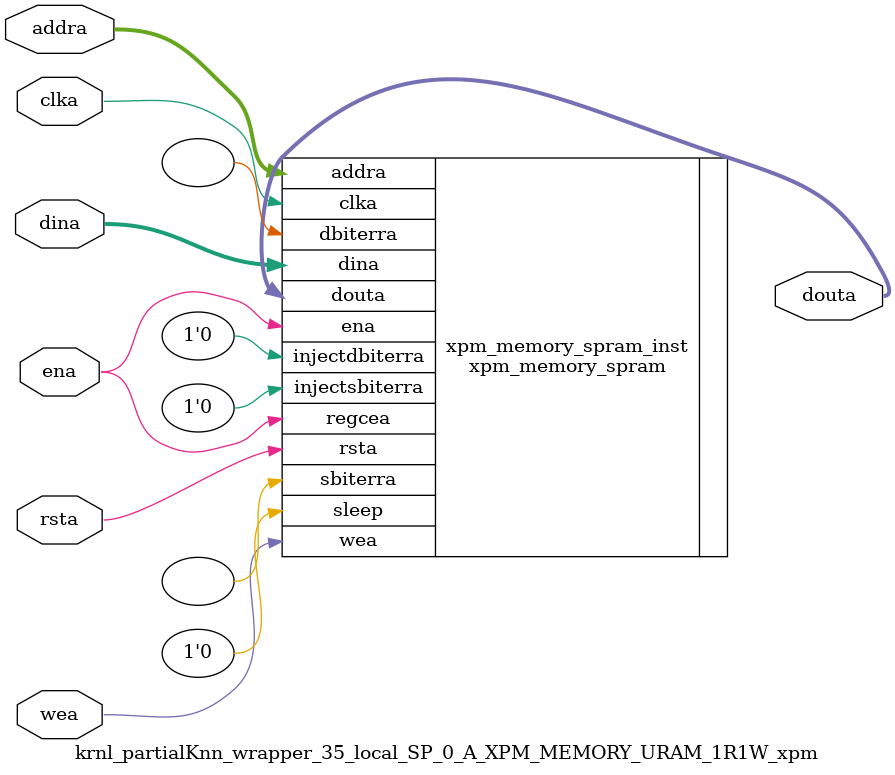
<source format=v>
`timescale 1 ns / 1 ps
module krnl_partialKnn_wrapper_35_local_SP_0_A_XPM_MEMORY_URAM_1R1W_xpm # (
  // Common module parameters
  parameter integer                 MEMORY_SIZE        = 524288,
  parameter                         MEMORY_PRIMITIVE   = "ultra",
  parameter                         ECC_MODE           = "no_ecc",
  parameter                         MEMORY_INIT_FILE   = "none",
  parameter                         WAKEUP_TIME        = "disable_sleep",
  parameter integer                 MESSAGE_CONTROL    = 0,
  // Port A module parameters
  parameter integer                 WRITE_DATA_WIDTH_A = 256,
  parameter integer                 READ_DATA_WIDTH_A  = WRITE_DATA_WIDTH_A,
  parameter integer                 BYTE_WRITE_WIDTH_A = WRITE_DATA_WIDTH_A,
  parameter integer                 ADDR_WIDTH_A       = 11,
  parameter                         READ_RESET_VALUE_A = "0",
  parameter integer                 READ_LATENCY_A     = 1,
  parameter                         WRITE_MODE_A       = "read_first"
) (
  // Port A module ports
  input  wire                                               clka,
  input  wire                                               rsta,
  input  wire                                               ena,
  input  wire [(WRITE_DATA_WIDTH_A/BYTE_WRITE_WIDTH_A)-1:0] wea,
  input  wire [ADDR_WIDTH_A-1:0]                            addra,
  input  wire [WRITE_DATA_WIDTH_A-1:0]                      dina,
  output wire [READ_DATA_WIDTH_A-1:0]                       douta
);
// Set parameter values and connect ports to instantiate an XPM_MEMORY single port RAM configuration
xpm_memory_spram # (
  // Common module parameters
  .MEMORY_SIZE        (MEMORY_SIZE),   //positive integer
  .MEMORY_PRIMITIVE   (MEMORY_PRIMITIVE),      //string; "auto", "distributed", "block" or "ultra";
  .ECC_MODE           (ECC_MODE),      //do not change
  .MEMORY_INIT_FILE   (MEMORY_INIT_FILE), //string; "none" or "<filename>.mem" 
  .MEMORY_INIT_PARAM  (""), //string;
  .WAKEUP_TIME        (WAKEUP_TIME),      //string; "disable_sleep" or "use_sleep_pin"
  .MESSAGE_CONTROL    (MESSAGE_CONTROL),      //do not change
  // Port A module parameters
  .WRITE_DATA_WIDTH_A (WRITE_DATA_WIDTH_A),     //positive integer
  .READ_DATA_WIDTH_A  (READ_DATA_WIDTH_A),     //positive integer
  .BYTE_WRITE_WIDTH_A (BYTE_WRITE_WIDTH_A),     //integer; 8, 9, or WRITE_DATA_WIDTH_A value
  .ADDR_WIDTH_A       (ADDR_WIDTH_A),      //positive integer
  .READ_RESET_VALUE_A (READ_RESET_VALUE_A),  //string
  .READ_LATENCY_A     (READ_LATENCY_A),      //non-negative integer
  .WRITE_MODE_A       (WRITE_MODE_A)       //string; "write_first", "read_first", "no_change"
) xpm_memory_spram_inst (
  // Common module ports
  .sleep          (1'b0),  //do not change
  // Port A module ports
  .clka           (clka),
  .rsta           (rsta),
  .ena            (ena),
  .regcea         (ena),
  .wea            (wea),
  .addra          (addra),
  .dina           (dina),
  .injectsbiterra (1'b0),  //do not change
  .injectdbiterra (1'b0),  //do not change
  .douta          (douta),
  .sbiterra       (),      //do not change
  .dbiterra       ()       //do not change
);
endmodule
</source>
